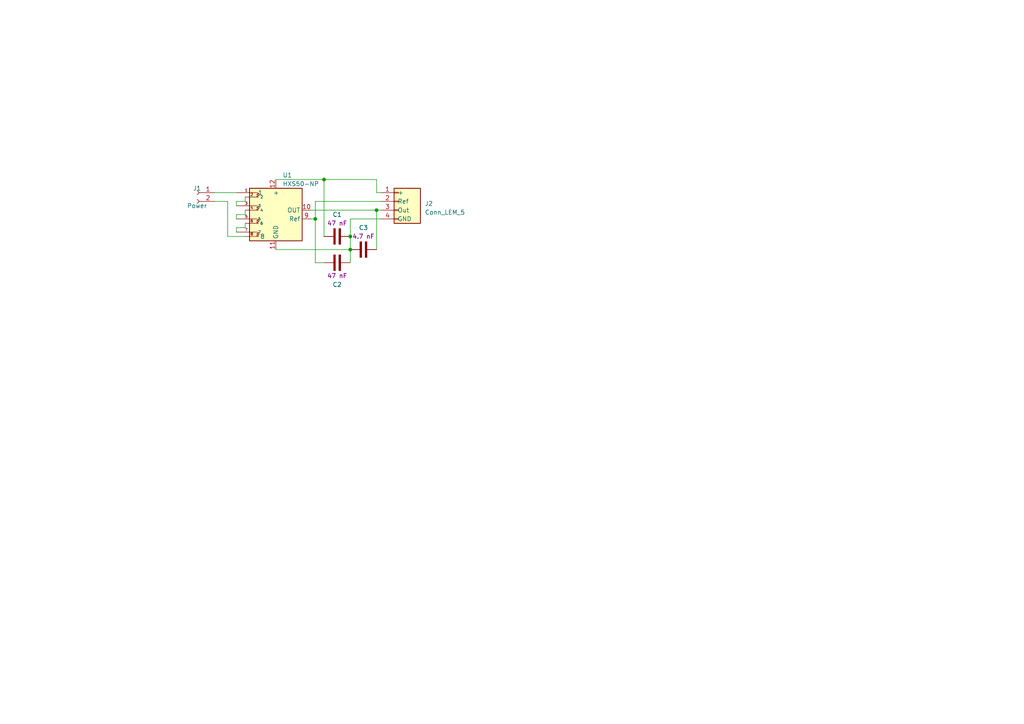
<source format=kicad_sch>
(kicad_sch (version 20220126) (generator eeschema)
  (paper "A4")
  (lib_symbols
    (symbol "Connector:Conn_01x02_Female" (pin_names (offset 1.016) hide)
      (property "Reference" "J" (at 0 2.54 0))
      (property "Value" "Conn_01x02_Female" (at 0 -5.08 0))
      (symbol "Conn_01x02_Female_1_1"
        (arc (start 0 -2.032) (mid -0.5058 -2.54) (end 0 -3.048) (stroke (width 0.1524)))
        (polyline (pts (xy -1.27 -2.54) (xy -0.508 -2.54)) (stroke (width 0.1524)))
        (polyline (pts (xy -1.27 0) (xy -0.508 0)) (stroke (width 0.1524)))
        (arc (start 0 0.508) (mid -0.5058 0) (end 0 -0.508) (stroke (width 0.1524)))
        (pin passive line (at -5.08 0 0) (length 3.81) (name "Pin_1") (number "1"))
        (pin passive line (at -5.08 -2.54 0) (length 3.81) (name "Pin_2") (number "2"))
      )
    )
    (symbol "localparts:C_47n_0603" (pin_numbers hide) (pin_names (offset 0.254))
      (property "Reference" "C4" (at -3.048 1.016 0))
      (property "Display" "47 nF" (at -3.302 -1.27 0))
      (symbol "C_47n_0603_0_1"
        (rectangle (start 2.286 -0.508) (end -2.286 -1.016) (fill (type outline)))
        (rectangle (start 2.286 1.016) (end -2.286 0.508) (fill (type outline)))
      )
      (symbol "C_47n_0603_1_1"
        (pin passive line (at 0 3.81 270) (length 2.794) (name "~") (number "1"))
        (pin passive line (at 0 -3.81 90) (length 2.794) (name "~") (number "2"))
      )
    )
    (symbol "localparts:C_4n7_0603" (pin_numbers hide) (pin_names (offset 0.254))
      (property "Reference" "C4" (at -3.048 1.016 0))
      (property "Display" "4.7 nF" (at -3.302 -1.27 0))
      (symbol "C_4n7_0603_0_1"
        (rectangle (start 2.286 -0.508) (end -2.286 -1.016) (fill (type outline)))
        (rectangle (start 2.286 1.016) (end -2.286 0.508) (fill (type outline)))
      )
      (symbol "C_4n7_0603_1_1"
        (pin passive line (at 0 3.81 270) (length 2.794) (name "~") (number "1"))
        (pin passive line (at 0 -3.81 90) (length 2.794) (name "~") (number "2"))
      )
    )
    (symbol "localstuff:Conn_LEM_5" (pin_names (offset 1.016))
      (property "Reference" "J" (at 0 6.35 0))
      (property "Value" "Conn_LEM_5" (at 0 -6.35 0))
      (symbol "Conn_LEM_5_1_1"
        (rectangle (start -1.27 -3.683) (end 0 -3.937) (stroke (width 0.1524)))
        (rectangle (start -1.27 -1.143) (end 0 -1.397) (stroke (width 0.1524)))
        (rectangle (start -1.27 1.397) (end 0 1.143) (stroke (width 0.1524)))
        (rectangle (start -1.27 3.937) (end 0 3.683) (stroke (width 0.1524)))
        (rectangle (start -1.27 5.08) (end 6.35 -5.08) (stroke (width 0.254)) (fill (type background)))
        (pin power_in line (at -5.08 3.81 0) (length 3.81) (name "+") (number "1"))
        (pin output line (at -5.08 1.27 0) (length 3.81) (name "Ref") (number "2"))
        (pin output line (at -5.08 -1.27 0) (length 3.81) (name "Out") (number "3"))
        (pin power_in line (at -5.08 -3.81 0) (length 3.81) (name "GND") (number "4"))
      )
    )
    (symbol "localstuff:HXS50-NP"
      (property "Reference" "U" (at -5.08 8.89 0))
      (property "Value" "HXS50-NP" (at 13.97 8.89 0))
      (symbol "HXS50-NP_0_1"
        (rectangle (start -7.62 7.62) (end 7.62 -7.62) (stroke (width 0.254)) (fill (type background)))
        (polyline (pts (xy -5.588 -5.08) (xy -4.826 -5.334) (xy -5.588 -5.588) (xy -4.826 -5.842) (xy -5.588 -6.096) (xy -5.08 -6.35)))
        (polyline (pts (xy -5.588 -1.27) (xy -4.826 -1.524) (xy -5.588 -1.778) (xy -4.826 -2.032) (xy -5.588 -2.286) (xy -5.08 -2.54)))
        (polyline (pts (xy -5.588 2.54) (xy -4.826 2.286) (xy -5.588 2.032) (xy -4.826 1.778) (xy -5.588 1.524) (xy -5.08 1.27)))
        (polyline (pts (xy -5.588 6.35) (xy -4.826 6.096) (xy -5.588 5.842) (xy -4.826 5.588) (xy -5.588 5.334) (xy -5.08 5.08)))
      )
      (symbol "HXS50-NP_1_1"
        (pin passive line (at -11.43 6.35 0) (length 5.715) (name "1") (number "1"))
        (pin output line (at 10.16 1.27 180) (length 2.54) (name "OUT") (number "10"))
        (pin power_in line (at 0 -10.16 90) (length 2.54) (name "GND") (number "11"))
        (pin power_in line (at 0 10.16 270) (length 2.54) (name "+") (number "12"))
        (pin passive line (at -8.89 5.08 0) (length 3.81) (name "2") (number "2"))
        (pin passive line (at -11.43 2.54 0) (length 5.715) (name "3") (number "3"))
        (pin passive line (at -8.89 1.27 0) (length 3.81) (name "4") (number "4"))
        (pin passive line (at -11.43 -1.27 0) (length 5.715) (name "5") (number "5"))
        (pin passive line (at -8.89 -2.54 0) (length 3.81) (name "6") (number "6"))
        (pin passive line (at -11.43 -5.08 0) (length 5.715) (name "7") (number "7"))
        (pin passive line (at -8.89 -6.35 0) (length 3.81) (name "8") (number "8"))
        (pin output line (at 10.16 -1.27 180) (length 2.54) (name "Ref") (number "9"))
      )
    )
  )
  (junction (at 101.6 68.58))
  (junction (at 91.44 63.5))
  (junction (at 109.22 60.96))
  (junction (at 101.6 72.39))
  (junction (at 93.98 52.07))
  (wire (pts (xy 93.98 52.07) (xy 109.22 52.07)))
  (wire (pts (xy 109.22 52.07) (xy 109.22 55.88)))
  (wire (pts (xy 71.12 60.96) (xy 71.12 62.23)))
  (wire (pts (xy 66.04 68.58) (xy 71.12 68.58)))
  (wire (pts (xy 62.23 55.88) (xy 68.58 55.88)))
  (wire (pts (xy 90.17 63.5) (xy 91.44 63.5)))
  (wire (pts (xy 93.98 76.2) (xy 91.44 76.2)))
  (wire (pts (xy 91.44 58.42) (xy 91.44 63.5)))
  (wire (pts (xy 71.12 66.04) (xy 68.58 66.04)))
  (wire (pts (xy 68.58 58.42) (xy 68.58 59.69)))
  (wire (pts (xy 101.6 63.5) (xy 101.6 68.58)))
  (wire (pts (xy 91.44 76.2) (xy 91.44 63.5)))
  (wire (pts (xy 101.6 72.39) (xy 101.6 76.2)))
  (wire (pts (xy 80.01 52.07) (xy 93.98 52.07)))
  (wire (pts (xy 91.44 58.42) (xy 110.49 58.42)))
  (wire (pts (xy 66.04 58.42) (xy 66.04 68.58)))
  (wire (pts (xy 93.98 52.07) (xy 93.98 68.58)))
  (wire (pts (xy 68.58 66.04) (xy 68.58 67.31)))
  (wire (pts (xy 109.22 60.96) (xy 110.49 60.96)))
  (wire (pts (xy 62.23 58.42) (xy 66.04 58.42)))
  (wire (pts (xy 80.01 72.39) (xy 101.6 72.39)))
  (wire (pts (xy 109.22 60.96) (xy 109.22 72.39)))
  (wire (pts (xy 110.49 63.5) (xy 101.6 63.5)))
  (wire (pts (xy 109.22 55.88) (xy 110.49 55.88)))
  (wire (pts (xy 71.12 64.77) (xy 71.12 66.04)))
  (wire (pts (xy 68.58 62.23) (xy 68.58 63.5)))
  (wire (pts (xy 71.12 62.23) (xy 68.58 62.23)))
  (wire (pts (xy 90.17 60.96) (xy 109.22 60.96)))
  (wire (pts (xy 101.6 68.58) (xy 101.6 72.39)))
  (wire (pts (xy 71.12 57.15) (xy 71.12 58.42)))
  (wire (pts (xy 71.12 58.42) (xy 68.58 58.42)))
  (symbol (lib_id "localstuff:HXS50-NP") (at 80.01 62.23 0) (unit 1)
    (property "Reference" "U1" (at 81.9659 50.8 0) (effects (justify left)))
    (property "Value" "HXS50-NP" (at 81.9659 53.34 0) (effects (justify left)))
    (property "Footprint" "localstuff:LEM_HXS_50-NP" (effects hide))
    (property "Datasheet" "https://www.lem.com/sites/default/files/products_datasheets/hx%203_50-p_sp2_e%20v07.pdf" (effects hide))
  )
  (symbol (lib_id "localparts:C_47n_0603") (at 97.79 68.58 90) (unit 1)
    (property "Reference" "C1" (at 97.79 62.23 90))
    (property "Value" "C_47n_0603" (effects hide))
    (property "Footprint" "Capacitor_SMD:C_0603_1608Metric" (effects hide))
    (property "Display" "47 nF" (at 97.79 64.77 90))
    (property "Farnell" "3013432" (effects hide))
  )
  (symbol (lib_id "Connector:Conn_01x02_Female") (at 57.15 55.88 0) (mirror y) (unit 1)
    (property "Reference" "J1" (at 57.15 54.61 0))
    (property "Value" "Power" (at 57.15 59.69 0))
    (property "Footprint" "localstuff:Conn_P5.0mm_2_Lumberg" (effects hide))
  )
  (symbol (lib_id "localstuff:Conn_LEM_5") (at 115.57 59.69 0) (unit 1)
    (property "Reference" "J2" (at 123.19 59.055 0) (effects (justify left)))
    (property "Value" "Conn_LEM_5" (at 123.19 61.595 0) (effects (justify left)))
    (property "Footprint" "Connector_JST:JST_PH_B4B-PH-K_1x04_P2.00mm_Vertical" (effects hide))
  )
  (symbol (lib_id "localparts:C_47n_0603") (at 97.79 76.2 90) (unit 1)
    (property "Reference" "C2" (at 97.79 82.55 90))
    (property "Value" "C_47n_0603" (effects hide))
    (property "Footprint" "Capacitor_SMD:C_0603_1608Metric" (effects hide))
    (property "Display" "47 nF" (at 97.79 80.01 90))
    (property "Farnell" "3013432" (effects hide))
  )
  (symbol (lib_id "localparts:C_4n7_0603") (at 105.41 72.39 90) (unit 1)
    (property "Reference" "C3" (at 105.41 66.04 90))
    (property "Value" "C_4n7_0603" (effects hide))
    (property "Footprint" "Capacitor_SMD:C_0603_1608Metric" (effects hide))
    (property "Display" "4.7 nF" (at 105.41 68.58 90))
    (property "Farnell" "	2812325" (effects hide))
  )
)
</source>
